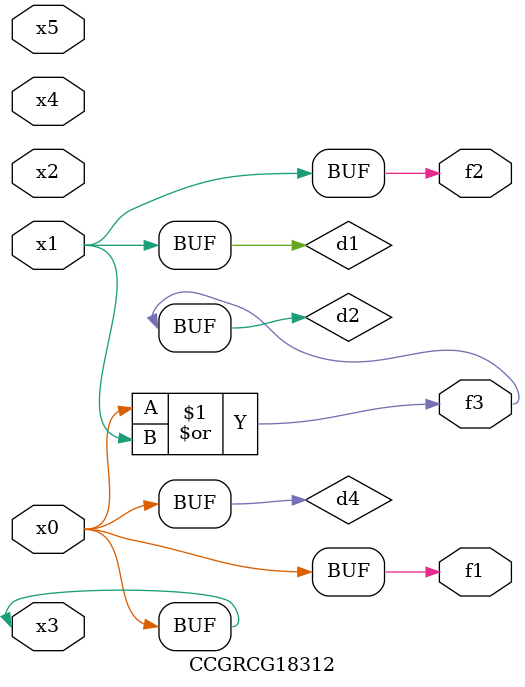
<source format=v>
module CCGRCG18312(
	input x0, x1, x2, x3, x4, x5,
	output f1, f2, f3
);

	wire d1, d2, d3, d4;

	and (d1, x1);
	or (d2, x0, x1);
	nand (d3, x0, x5);
	buf (d4, x0, x3);
	assign f1 = d4;
	assign f2 = d1;
	assign f3 = d2;
endmodule

</source>
